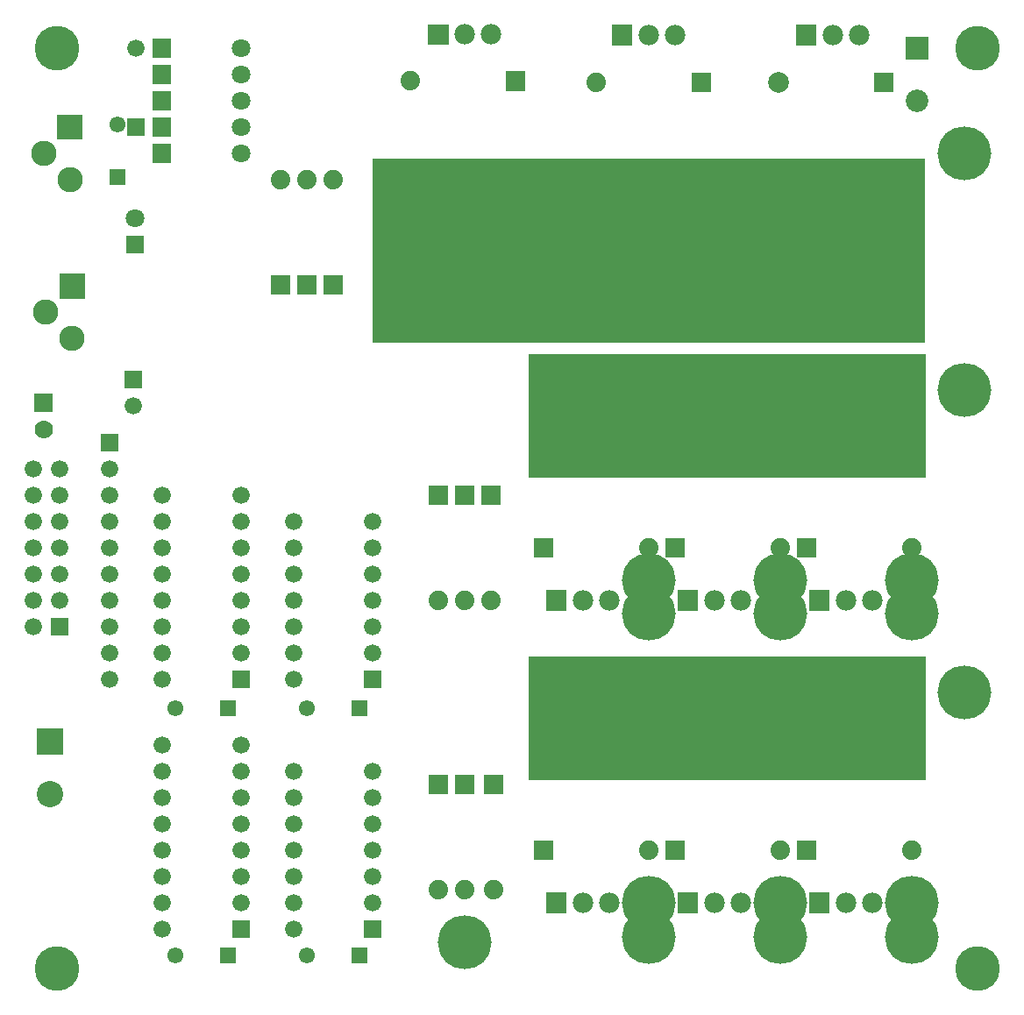
<source format=gbs>
G04 start of page 7 for group -4062 idx -4062 *
G04 Title: (unknown), soldermask *
G04 Creator: pcb 20110918 *
G04 CreationDate: Tue 06 May 2014 00:52:38 GMT UTC *
G04 For: ksarkies *
G04 Format: Gerber/RS-274X *
G04 PCB-Dimensions: 390000 390000 *
G04 PCB-Coordinate-Origin: lower left *
%MOIN*%
%FSLAX25Y25*%
%LNBOTTOMMASK*%
%ADD110R,0.4700X0.4700*%
%ADD109C,0.1000*%
%ADD108C,0.0790*%
%ADD107C,0.0610*%
%ADD106C,0.0740*%
%ADD105C,0.0710*%
%ADD104C,0.0700*%
%ADD103C,0.0960*%
%ADD102C,0.0860*%
%ADD101C,0.1700*%
%ADD100C,0.0780*%
%ADD99C,0.2050*%
%ADD98C,0.0001*%
%ADD97C,0.0660*%
G54D97*X21000Y190000D03*
X40000D03*
X60000D03*
X21000Y200000D03*
Y210000D03*
X40000D03*
Y200000D03*
X60000D03*
G54D98*G36*
X161300Y203700D02*Y196300D01*
X168700D01*
Y203700D01*
X161300D01*
G37*
G54D97*X140000Y190000D03*
X110000D03*
X90000D03*
Y200000D03*
G54D98*G36*
X45900Y247300D02*Y240700D01*
X52500D01*
Y247300D01*
X45900D01*
G37*
G54D97*X49200Y234000D03*
G54D98*G36*
X36700Y223300D02*Y216700D01*
X43300D01*
Y223300D01*
X36700D01*
G37*
G54D99*X365000Y330000D03*
Y240000D03*
G54D100*X315000Y375000D03*
X325000D03*
G54D98*G36*
X330800Y360700D02*Y353300D01*
X338200D01*
Y360700D01*
X330800D01*
G37*
G54D101*X370000Y370000D03*
G54D98*G36*
X342700Y374300D02*Y365700D01*
X351300D01*
Y374300D01*
X342700D01*
G37*
G54D102*X347000Y350000D03*
G54D97*X11000Y200000D03*
Y210000D03*
G54D103*X15900Y269500D03*
G54D98*G36*
X11500Y238500D02*Y231500D01*
X18500D01*
Y238500D01*
X11500D01*
G37*
G54D104*X15000Y225000D03*
G54D98*G36*
X21100Y284300D02*Y274700D01*
X30700D01*
Y284300D01*
X21100D01*
G37*
G54D103*X25900Y259500D03*
G54D98*G36*
X20200Y344800D02*Y335200D01*
X29800D01*
Y344800D01*
X20200D01*
G37*
G54D101*X20000Y370000D03*
G54D103*X25000Y320000D03*
X15000Y330000D03*
G54D98*G36*
X56450Y363550D02*Y356450D01*
X63550D01*
Y363550D01*
X56450D01*
G37*
G54D97*X50000Y370000D03*
G54D98*G36*
X56450Y373550D02*Y366450D01*
X63550D01*
Y373550D01*
X56450D01*
G37*
G54D105*X90000Y360000D03*
G54D98*G36*
X161200Y379100D02*Y371300D01*
X169000D01*
Y379100D01*
X161200D01*
G37*
G54D105*X90000Y370000D03*
Y350000D03*
G54D106*X154500Y357500D03*
G54D98*G36*
X46400Y298500D02*Y291900D01*
X53000D01*
Y298500D01*
X46400D01*
G37*
G54D105*X49700Y305200D03*
G54D98*G36*
X101300Y283700D02*Y276300D01*
X108700D01*
Y283700D01*
X101300D01*
G37*
G54D106*X105000Y320000D03*
G54D105*X90000Y330000D03*
Y340000D03*
G54D98*G36*
X111300Y283700D02*Y276300D01*
X118700D01*
Y283700D01*
X111300D01*
G37*
G36*
X121300D02*Y276300D01*
X128700D01*
Y283700D01*
X121300D01*
G37*
G54D106*X115000Y320000D03*
X125000D03*
G54D98*G36*
X46700Y343300D02*Y336700D01*
X53300D01*
Y343300D01*
X46700D01*
G37*
G36*
X56450Y353550D02*Y346450D01*
X63550D01*
Y353550D01*
X56450D01*
G37*
G36*
Y333550D02*Y326450D01*
X63550D01*
Y333550D01*
X56450D01*
G37*
G36*
Y343550D02*Y336450D01*
X63550D01*
Y343550D01*
X56450D01*
G37*
G36*
X39950Y324050D02*Y317950D01*
X46050D01*
Y324050D01*
X39950D01*
G37*
G54D107*X43000Y341000D03*
G54D100*X175100Y375200D03*
X185100D03*
G54D98*G36*
X231100Y378900D02*Y371100D01*
X238900D01*
Y378900D01*
X231100D01*
G37*
G54D100*X245000Y375000D03*
X255000D03*
G54D98*G36*
X301100Y378900D02*Y371100D01*
X308900D01*
Y378900D01*
X301100D01*
G37*
G36*
X261300Y360700D02*Y353300D01*
X268700D01*
Y360700D01*
X261300D01*
G37*
G36*
X190800Y361200D02*Y353800D01*
X198200D01*
Y361200D01*
X190800D01*
G37*
G54D106*X225000Y357000D03*
G54D108*X294500D03*
G54D99*X173542Y271458D03*
X243542D03*
X313542D03*
G54D97*X21000Y170000D03*
X11000D03*
X21000Y180000D03*
X11000D03*
G54D98*G36*
X17700Y153300D02*Y146700D01*
X24300D01*
Y153300D01*
X17700D01*
G37*
G54D97*X11000Y150000D03*
X21000Y160000D03*
X11000D03*
Y190000D03*
X40000Y180000D03*
Y170000D03*
Y160000D03*
Y150000D03*
Y140000D03*
Y130000D03*
G54D98*G36*
X86700Y133300D02*Y126700D01*
X93300D01*
Y133300D01*
X86700D01*
G37*
G54D97*X90000Y140000D03*
Y150000D03*
Y160000D03*
G54D98*G36*
X81950Y122050D02*Y115950D01*
X88050D01*
Y122050D01*
X81950D01*
G37*
G54D97*X90000Y170000D03*
Y180000D03*
X60000D03*
Y170000D03*
Y160000D03*
Y150000D03*
Y140000D03*
Y130000D03*
G54D107*X65000Y119000D03*
G54D98*G36*
X12500Y111300D02*Y101300D01*
X22500D01*
Y111300D01*
X12500D01*
G37*
G54D109*X17500Y86300D03*
G54D101*X20000Y20000D03*
G54D99*X345000Y32000D03*
Y45000D03*
G54D100*X270000D03*
X280000D03*
G54D98*G36*
X306100Y48900D02*Y41100D01*
X313900D01*
Y48900D01*
X306100D01*
G37*
G54D100*X320000Y45000D03*
X330000D03*
G54D99*X175000Y30000D03*
G54D98*G36*
X206100Y48900D02*Y41100D01*
X213900D01*
Y48900D01*
X206100D01*
G37*
G54D106*X175000Y50000D03*
X186000D03*
G54D99*X245000Y32000D03*
Y45000D03*
G54D100*X220000D03*
X230000D03*
G54D98*G36*
X256100Y48900D02*Y41100D01*
X263900D01*
Y48900D01*
X256100D01*
G37*
G36*
X201300Y68700D02*Y61300D01*
X208700D01*
Y68700D01*
X201300D01*
G37*
G36*
X182300Y93700D02*Y86300D01*
X189700D01*
Y93700D01*
X182300D01*
G37*
G54D106*X245000Y65000D03*
G54D98*G36*
X251300Y68700D02*Y61300D01*
X258700D01*
Y68700D01*
X251300D01*
G37*
G36*
X131950Y28050D02*Y21950D01*
X138050D01*
Y28050D01*
X131950D01*
G37*
G54D107*X115000Y25000D03*
Y119000D03*
G54D99*X295000Y32000D03*
Y45000D03*
G54D106*Y65000D03*
G54D100*X270000Y160000D03*
X280000D03*
G54D98*G36*
X306100Y163900D02*Y156100D01*
X313900D01*
Y163900D01*
X306100D01*
G37*
G54D100*X320000Y160000D03*
X330000D03*
G54D99*X365000Y125000D03*
X345000Y155000D03*
Y167500D03*
G54D106*Y180000D03*
G54D98*G36*
X301300Y68700D02*Y61300D01*
X308700D01*
Y68700D01*
X301300D01*
G37*
G54D106*X345000Y65000D03*
G54D101*X370000Y20000D03*
G54D99*X295000Y155000D03*
Y167500D03*
G54D98*G36*
X301300Y183700D02*Y176300D01*
X308700D01*
Y183700D01*
X301300D01*
G37*
G54D106*X295000Y180000D03*
G54D99*X245000Y155000D03*
Y167500D03*
G54D100*X230000Y160000D03*
G54D98*G36*
X256100Y163900D02*Y156100D01*
X263900D01*
Y163900D01*
X256100D01*
G37*
G36*
X206100D02*Y156100D01*
X213900D01*
Y163900D01*
X206100D01*
G37*
G54D100*X220000Y160000D03*
G54D98*G36*
X251300Y183700D02*Y176300D01*
X258700D01*
Y183700D01*
X251300D01*
G37*
G36*
X201300D02*Y176300D01*
X208700D01*
Y183700D01*
X201300D01*
G37*
G54D106*X245000Y180000D03*
G54D98*G36*
X86700Y38300D02*Y31700D01*
X93300D01*
Y38300D01*
X86700D01*
G37*
G36*
X81950Y28050D02*Y21950D01*
X88050D01*
Y28050D01*
X81950D01*
G37*
G36*
X136700Y38300D02*Y31700D01*
X143300D01*
Y38300D01*
X136700D01*
G37*
G54D97*X110000Y35000D03*
X90000Y45000D03*
X60000Y65000D03*
Y55000D03*
Y45000D03*
Y35000D03*
G54D107*X65000Y25000D03*
G54D97*X110000Y65000D03*
Y55000D03*
G54D106*X165000Y50000D03*
G54D97*X110000Y45000D03*
G54D98*G36*
X181300Y203700D02*Y196300D01*
X188700D01*
Y203700D01*
X181300D01*
G37*
G36*
X171300D02*Y196300D01*
X178700D01*
Y203700D01*
X171300D01*
G37*
G54D106*X185000Y160000D03*
X175000D03*
X165000D03*
G54D97*X140000D03*
X110000D03*
Y150000D03*
X140000Y170000D03*
X110000D03*
X140000Y180000D03*
X110000D03*
X90000Y55000D03*
Y65000D03*
Y75000D03*
Y85000D03*
Y95000D03*
Y105000D03*
X60000D03*
Y95000D03*
Y85000D03*
Y75000D03*
X140000Y45000D03*
Y55000D03*
Y65000D03*
Y75000D03*
Y85000D03*
Y95000D03*
X110000Y85000D03*
Y75000D03*
G54D98*G36*
X171300Y93700D02*Y86300D01*
X178700D01*
Y93700D01*
X171300D01*
G37*
G36*
X136700Y133300D02*Y126700D01*
X143300D01*
Y133300D01*
X136700D01*
G37*
G54D97*X140000Y140000D03*
Y150000D03*
G54D98*G36*
X161300Y93700D02*Y86300D01*
X168700D01*
Y93700D01*
X161300D01*
G37*
G54D97*X110000Y140000D03*
Y130000D03*
Y95000D03*
G54D98*G36*
X131950Y122050D02*Y115950D01*
X138050D01*
Y122050D01*
X131950D01*
G37*
G54D110*X323000Y230000D02*X327000D01*
X273000D02*X277000D01*
X223000D02*X227000D01*
G54D98*G36*
X280000Y328000D02*Y258000D01*
X350000D01*
Y328000D01*
X280000D01*
G37*
G36*
X210000D02*Y258000D01*
X280000D01*
Y328000D01*
X210000D01*
G37*
G36*
X140000D02*Y258000D01*
X210000D01*
Y328000D01*
X140000D01*
G37*
G54D110*X323000Y115000D02*X327000D01*
X273000D02*X277000D01*
X223000D02*X227000D01*
M02*

</source>
